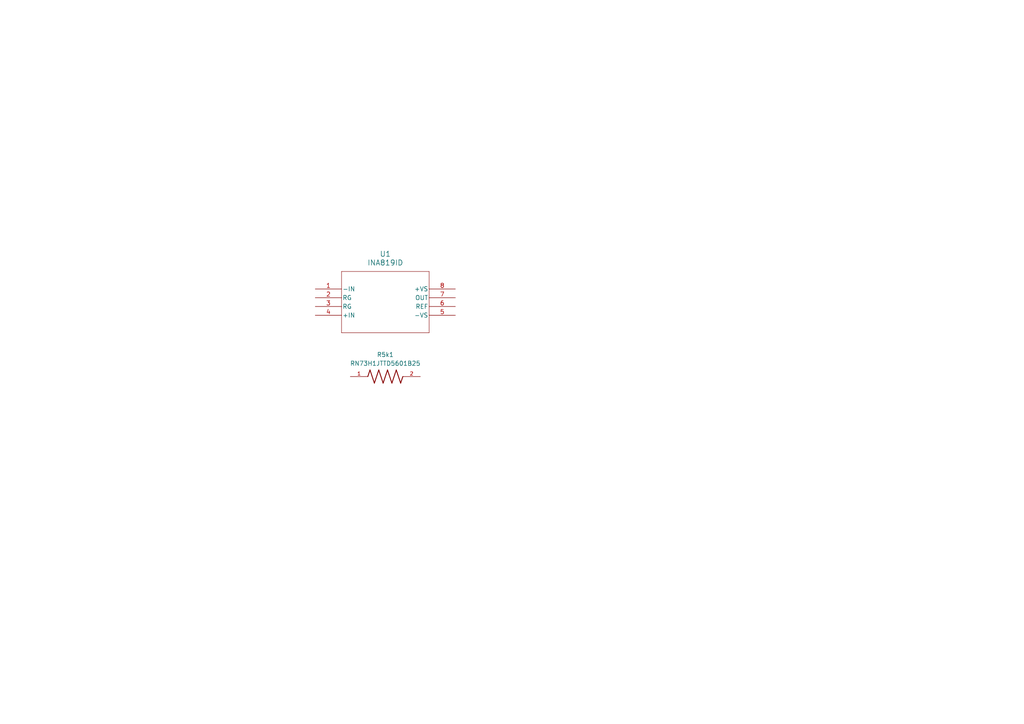
<source format=kicad_sch>
(kicad_sch (version 20230121) (generator eeschema)
  (paper "A4")
  (lib_symbols
    (symbol "EEG part lib:INA819ID" (pin_names (offset 0.254))
      (property "Reference" "U" (at 20.32 10.16 0))
      (property "Value" "INA819ID" (at 20.32 7.62 0))
      (symbol "INA819ID_0_1"
        (polyline (pts (xy 7.62 -12.7) (xy 33.02 -12.7)) (stroke (width 0.127)))
        (polyline (pts (xy 7.62 5.08) (xy 7.62 -12.7)) (stroke (width 0.127)))
        (polyline (pts (xy 33.02 -12.7) (xy 33.02 5.08)) (stroke (width 0.127)))
        (polyline (pts (xy 33.02 5.08) (xy 7.62 5.08)) (stroke (width 0.127)))
        (pin input line (at 0 0 0) (length 7.62) (name "-IN") (number "1"))
        (pin input line (at 0 -7.62 0) (length 7.62) (name "+IN") (number "4"))
        (pin power_in line (at 40.64 -7.62 180) (length 7.62) (name "-VS") (number "5"))
        (pin input line (at 40.64 -5.08 180) (length 7.62) (name "REF") (number "6"))
        (pin output line (at 40.64 -2.54 180) (length 7.62) (name "OUT") (number "7"))
        (pin power_in line (at 40.64 0 180) (length 7.62) (name "+VS") (number "8"))
      )
      (symbol "INA819ID_1_1"
        (pin passive line (at 0 -2.54 0) (length 7.62) (name "RG") (number "2"))
        (pin passive line (at 0 -5.08 0) (length 7.62) (name "RG") (number "3"))
      )
    )
    (symbol "EEG part lib:RN73H1JTTD5601B25" (pin_names (offset 1.016))
      (property "Reference" "R5k6" (at -7.6244 2.5415 0))
      (property "Value" "RN73H1JTTD5601B25" (at -10.16 -5.08 0))
      (symbol "RN73H1JTTD5601B25_0_0"
        (polyline (pts (xy -5.08 0) (xy -4.445 1.905)) (stroke (width 0.254)))
        (polyline (pts (xy -4.445 1.905) (xy -3.175 -1.905)) (stroke (width 0.254)))
        (polyline (pts (xy -3.175 -1.905) (xy -1.905 1.905)) (stroke (width 0.254)))
        (polyline (pts (xy -1.905 1.905) (xy -0.635 -1.905)) (stroke (width 0.254)))
        (polyline (pts (xy -0.635 -1.905) (xy 0.635 1.905)) (stroke (width 0.254)))
        (polyline (pts (xy 0.635 1.905) (xy 1.905 -1.905)) (stroke (width 0.254)))
        (polyline (pts (xy 1.905 -1.905) (xy 3.175 1.905)) (stroke (width 0.254)))
        (polyline (pts (xy 3.175 1.905) (xy 4.445 -1.905)) (stroke (width 0.254)))
        (polyline (pts (xy 4.445 -1.905) (xy 5.08 0)) (stroke (width 0.254)))
        (pin passive line (at -10.16 0 0) (length 5.08) (name "~") (number "1"))
        (pin passive line (at 10.16 0 180) (length 5.08) (name "~") (number "2"))
      )
    )
  )
  (symbol (lib_id "EEG part lib:INA819ID") (at 91.44 83.82 0) (unit 1)
    (property "Reference" "U1" (at 111.76 73.66 0) (effects (font (size 1.524 1.524))))
    (property "Value" "INA819ID" (at 111.76 76.2 0) (effects (font (size 1.524 1.524))))
    (property "Footprint" "D8_TEX" (effects hide))
    (property "Datasheet" "INA819ID" (effects hide))
  )
  (symbol (lib_id "EEG part lib:RN73H1JTTD5601B25") (at 111.76 109.22 0) (unit 1)
    (property "Reference" "R5k1" (at 111.76 102.87 0))
    (property "Value" "RN73H1JTTD5601B25" (at 111.76 105.41 0))
    (property "Footprint" "RN73H1JTTD5601B25:RESC1608X55N" (effects hide))
  )
)
</source>
